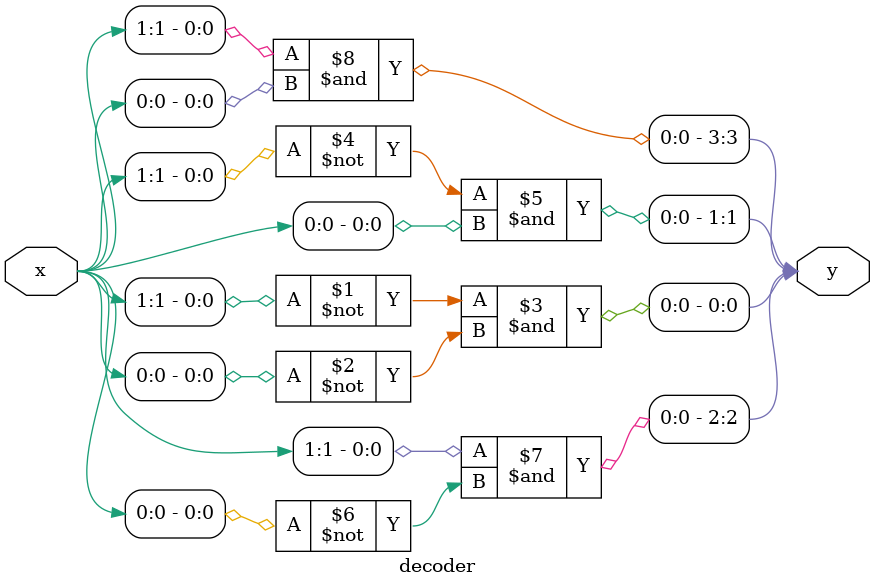
<source format=v>
module decoder(x,y);
  input [1:0]x;
  output [3:0]y;
  assign  y[0]=~x[1]&~x[0];
  assign  y[1]=~x[1]&x[0];
  assign  y[2]=x[1]&~x[0];
  assign  y[3]=x[1]&x[0];
endmodule

</source>
